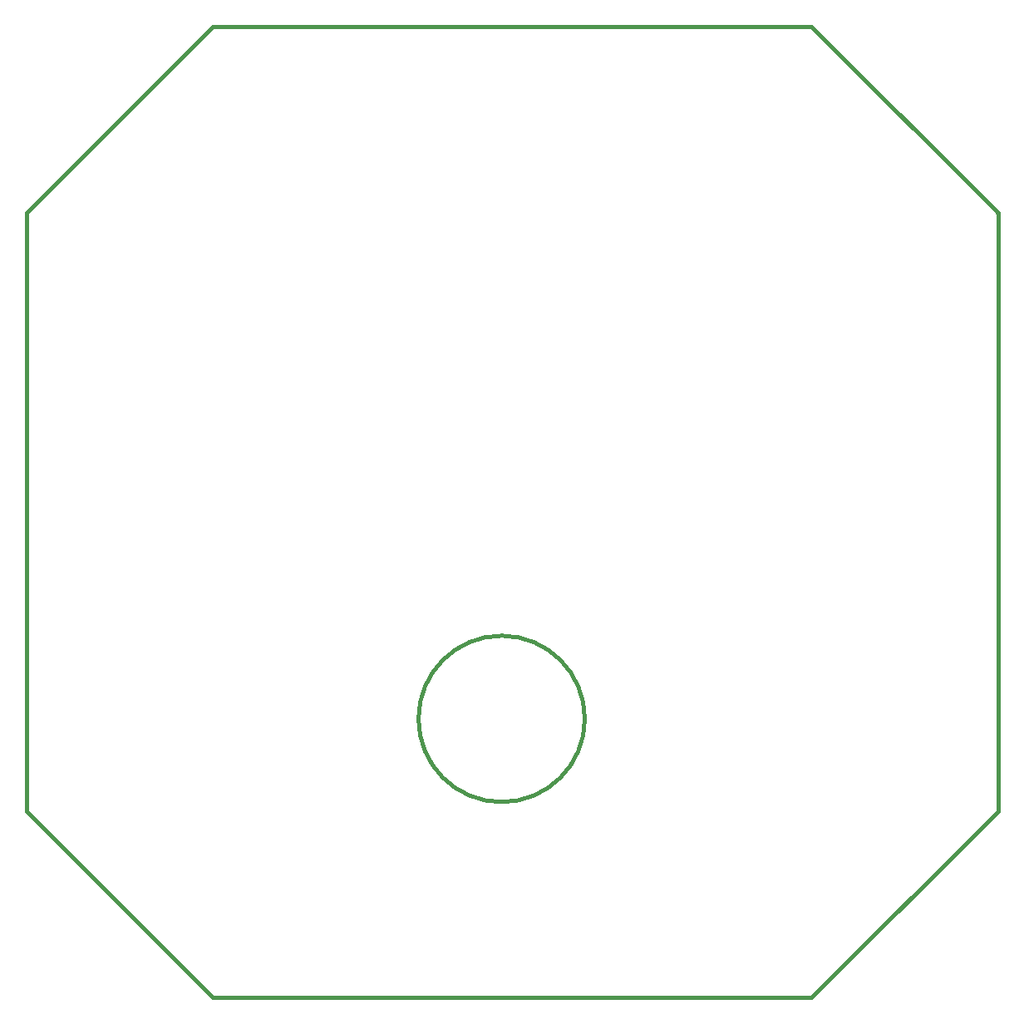
<source format=gbr>
G04 #@! TF.FileFunction,Profile,NP*
%FSLAX46Y46*%
G04 Gerber Fmt 4.6, Leading zero omitted, Abs format (unit mm)*
G04 Created by KiCad (PCBNEW (after 2015-mar-04 BZR unknown)-product) date Wed 15 Apr 2015 11:54:57 AM CDT*
%MOMM*%
G01*
G04 APERTURE LIST*
%ADD10C,0.150000*%
%ADD11C,0.381000*%
G04 APERTURE END LIST*
D10*
D11*
X150190200Y-167589200D02*
X89166700Y-167589200D01*
X89166700Y-167589200D02*
X70205600Y-148628100D01*
X150190200Y-68630800D02*
X169176700Y-87617300D01*
X70205600Y-87617300D02*
X89192100Y-68630800D01*
X169176700Y-148602700D02*
X150190200Y-167589200D01*
X169176700Y-87617300D02*
X169176700Y-148602700D01*
X89192100Y-68630800D02*
X150190200Y-68630800D01*
X70205600Y-148628100D02*
X70205600Y-87617300D01*
X127102752Y-139179300D02*
G75*
G03X127102752Y-139179300I-8472052J0D01*
G01*
X169181780Y-148597620D02*
X169181780Y-148590000D01*
X169171620Y-87609680D02*
X169171620Y-87619840D01*
M02*

</source>
